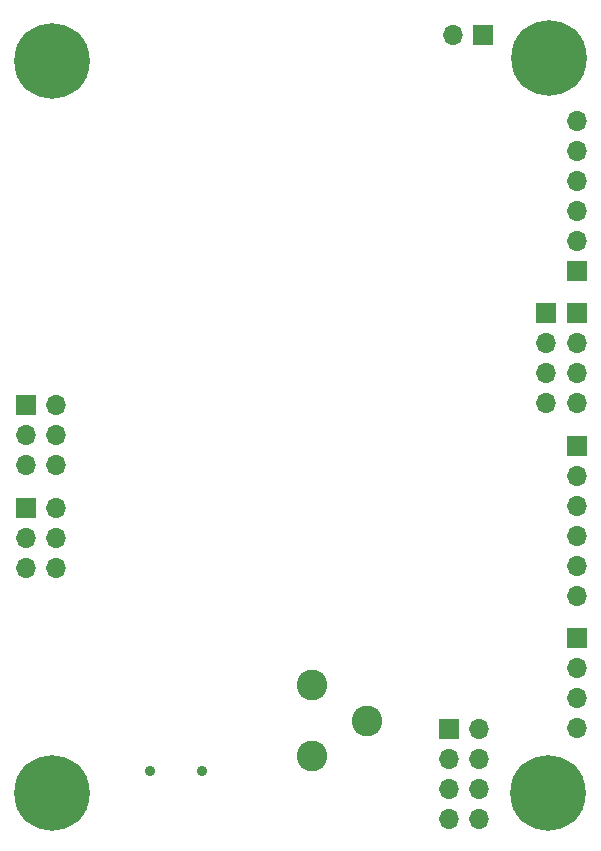
<source format=gbs>
G04 #@! TF.FileFunction,Soldermask,Bot*
%FSLAX46Y46*%
G04 Gerber Fmt 4.6, Leading zero omitted, Abs format (unit mm)*
G04 Created by KiCad (PCBNEW 4.0.7) date 02/18/18 10:01:47*
%MOMM*%
%LPD*%
G01*
G04 APERTURE LIST*
%ADD10C,0.100000*%
%ADD11R,1.700000X1.700000*%
%ADD12O,1.700000X1.700000*%
%ADD13C,2.600000*%
%ADD14C,0.909320*%
%ADD15C,6.400000*%
G04 APERTURE END LIST*
D10*
D11*
X81610000Y-86910000D03*
D12*
X84150000Y-86910000D03*
X81610000Y-89450000D03*
X84150000Y-89450000D03*
X81610000Y-91990000D03*
X84150000Y-91990000D03*
D13*
X105800000Y-101950000D03*
X105800000Y-107950000D03*
X110500000Y-104950000D03*
D14*
X92050280Y-109150260D03*
X96449560Y-109150260D03*
D11*
X128200000Y-66830000D03*
D12*
X128200000Y-64290000D03*
X128200000Y-61750000D03*
X128200000Y-59210000D03*
X128200000Y-56670000D03*
X128200000Y-54130000D03*
D11*
X128200000Y-70450000D03*
D12*
X128200000Y-72990000D03*
X128200000Y-75530000D03*
X128200000Y-78070000D03*
D11*
X81610000Y-78210000D03*
D12*
X84150000Y-78210000D03*
X81610000Y-80750000D03*
X84150000Y-80750000D03*
X81610000Y-83290000D03*
X84150000Y-83290000D03*
D11*
X117400000Y-105670000D03*
D12*
X119940000Y-105670000D03*
X117400000Y-108210000D03*
X119940000Y-108210000D03*
X117400000Y-110750000D03*
X119940000Y-110750000D03*
X117400000Y-113290000D03*
X119940000Y-113290000D03*
D11*
X120300000Y-46850000D03*
D12*
X117760000Y-46850000D03*
D11*
X128200000Y-81650000D03*
D12*
X128200000Y-84190000D03*
X128200000Y-86730000D03*
X128200000Y-89270000D03*
X128200000Y-91810000D03*
X128200000Y-94350000D03*
D11*
X125600000Y-70450000D03*
D12*
X125600000Y-72990000D03*
X125600000Y-75530000D03*
X125600000Y-78070000D03*
D11*
X128200000Y-97950000D03*
D12*
X128200000Y-100490000D03*
X128200000Y-103030000D03*
X128200000Y-105570000D03*
D15*
X125850000Y-48850000D03*
X125800000Y-111050000D03*
X83800000Y-49050000D03*
X83800000Y-111050000D03*
M02*

</source>
